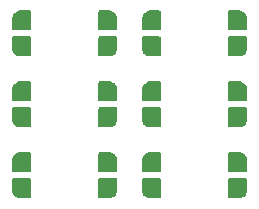
<source format=gbl>
G04 #@! TF.GenerationSoftware,KiCad,Pcbnew,8.0.1*
G04 #@! TF.CreationDate,2024-04-12T13:03:15-07:00*
G04 #@! TF.ProjectId,Pinlight_panel,50696e6c-6967-4687-945f-70616e656c2e,rev?*
G04 #@! TF.SameCoordinates,Original*
G04 #@! TF.FileFunction,Copper,L2,Bot*
G04 #@! TF.FilePolarity,Positive*
%FSLAX46Y46*%
G04 Gerber Fmt 4.6, Leading zero omitted, Abs format (unit mm)*
G04 Created by KiCad (PCBNEW 8.0.1) date 2024-04-12 13:03:15*
%MOMM*%
%LPD*%
G01*
G04 APERTURE LIST*
G04 #@! TA.AperFunction,ComponentPad*
%ADD10C,1.000000*%
G04 #@! TD*
G04 APERTURE END LIST*
D10*
X150300000Y-39799500D03*
X157700000Y-39799500D03*
X150300000Y-33799500D03*
X150300000Y-30199500D03*
X146700000Y-33799500D03*
X146700000Y-42199500D03*
X157700000Y-42199500D03*
X150300000Y-27799500D03*
X139300000Y-42199500D03*
X150300000Y-36199500D03*
X139300000Y-30199500D03*
X139300000Y-33799500D03*
X139300000Y-39799500D03*
X157700000Y-33799500D03*
X146700000Y-39799500D03*
X146700000Y-30199500D03*
X157700000Y-30199500D03*
X157700000Y-36199500D03*
X146700000Y-27799500D03*
X157700000Y-27799500D03*
X146700000Y-36199500D03*
X139300000Y-27799500D03*
X139300000Y-36199500D03*
X150300000Y-42199500D03*
G04 #@! TA.AperFunction,NonConductor*
G36*
X140093039Y-33069685D02*
G01*
X140138794Y-33122489D01*
X140150000Y-33174000D01*
X140150000Y-34625500D01*
X140130315Y-34692539D01*
X140077511Y-34738294D01*
X140026000Y-34749500D01*
X138674500Y-34749500D01*
X138607461Y-34729815D01*
X138561706Y-34677011D01*
X138550500Y-34625500D01*
X138550500Y-33755592D01*
X138551097Y-33743438D01*
X138558265Y-33670658D01*
X138562744Y-33625180D01*
X138567483Y-33601356D01*
X138600203Y-33493490D01*
X138609499Y-33471049D01*
X138662632Y-33371644D01*
X138676133Y-33351440D01*
X138747635Y-33264314D01*
X138764814Y-33247135D01*
X138851942Y-33175631D01*
X138872144Y-33162132D01*
X138971549Y-33108999D01*
X138993990Y-33099703D01*
X139101856Y-33066983D01*
X139125682Y-33062244D01*
X139225730Y-33052390D01*
X139243940Y-33050597D01*
X139256093Y-33050000D01*
X140026000Y-33050000D01*
X140093039Y-33069685D01*
G37*
G04 #@! TD.AperFunction*
G04 #@! TA.AperFunction,NonConductor*
G36*
X146756061Y-33050597D02*
G01*
X146874317Y-33062244D01*
X146898145Y-33066983D01*
X147006005Y-33099702D01*
X147028453Y-33109001D01*
X147127849Y-33162129D01*
X147148059Y-33175633D01*
X147213005Y-33228932D01*
X147225529Y-33239211D01*
X147235179Y-33247130D01*
X147252369Y-33264320D01*
X147323866Y-33351440D01*
X147337370Y-33371650D01*
X147390495Y-33471038D01*
X147399798Y-33493497D01*
X147432514Y-33601348D01*
X147437256Y-33625188D01*
X147448903Y-33743437D01*
X147449500Y-33755592D01*
X147449500Y-34625500D01*
X147429815Y-34692539D01*
X147377011Y-34738294D01*
X147325500Y-34749500D01*
X145974000Y-34749500D01*
X145906961Y-34729815D01*
X145861206Y-34677011D01*
X145850000Y-34625500D01*
X145850000Y-33174000D01*
X145869685Y-33106961D01*
X145922489Y-33061206D01*
X145974000Y-33050000D01*
X146733592Y-33050000D01*
X146743907Y-33050000D01*
X146756061Y-33050597D01*
G37*
G04 #@! TD.AperFunction*
G04 #@! TA.AperFunction,NonConductor*
G36*
X158392539Y-35269185D02*
G01*
X158438294Y-35321989D01*
X158449500Y-35373500D01*
X158449500Y-36243407D01*
X158448903Y-36255562D01*
X158437256Y-36373811D01*
X158432514Y-36397651D01*
X158399798Y-36505502D01*
X158390495Y-36527961D01*
X158337370Y-36627349D01*
X158323866Y-36647559D01*
X158252369Y-36734679D01*
X158235179Y-36751869D01*
X158148059Y-36823366D01*
X158127849Y-36836870D01*
X158028461Y-36889995D01*
X158006002Y-36899298D01*
X157898151Y-36932014D01*
X157874311Y-36936756D01*
X157787215Y-36945334D01*
X157756060Y-36948403D01*
X157743907Y-36949000D01*
X156974000Y-36949000D01*
X156906961Y-36929315D01*
X156861206Y-36876511D01*
X156850000Y-36825000D01*
X156850000Y-35373500D01*
X156869685Y-35306461D01*
X156922489Y-35260706D01*
X156974000Y-35249500D01*
X158325500Y-35249500D01*
X158392539Y-35269185D01*
G37*
G04 #@! TD.AperFunction*
G04 #@! TA.AperFunction,NonConductor*
G36*
X151093039Y-27069685D02*
G01*
X151138794Y-27122489D01*
X151150000Y-27174000D01*
X151150000Y-28625500D01*
X151130315Y-28692539D01*
X151077511Y-28738294D01*
X151026000Y-28749500D01*
X149674500Y-28749500D01*
X149607461Y-28729815D01*
X149561706Y-28677011D01*
X149550500Y-28625500D01*
X149550500Y-27755592D01*
X149551097Y-27743438D01*
X149558265Y-27670658D01*
X149562744Y-27625180D01*
X149567483Y-27601356D01*
X149600203Y-27493490D01*
X149609499Y-27471049D01*
X149662632Y-27371644D01*
X149676133Y-27351440D01*
X149747635Y-27264314D01*
X149764814Y-27247135D01*
X149851942Y-27175631D01*
X149872144Y-27162132D01*
X149971549Y-27108999D01*
X149993990Y-27099703D01*
X150101856Y-27066983D01*
X150125682Y-27062244D01*
X150225730Y-27052390D01*
X150243940Y-27050597D01*
X150256093Y-27050000D01*
X151026000Y-27050000D01*
X151093039Y-27069685D01*
G37*
G04 #@! TD.AperFunction*
G04 #@! TA.AperFunction,NonConductor*
G36*
X157756061Y-27050597D02*
G01*
X157874317Y-27062244D01*
X157898145Y-27066983D01*
X158006005Y-27099702D01*
X158028453Y-27109001D01*
X158127849Y-27162129D01*
X158148059Y-27175633D01*
X158213005Y-27228932D01*
X158225529Y-27239211D01*
X158235179Y-27247130D01*
X158252369Y-27264320D01*
X158323866Y-27351440D01*
X158337370Y-27371650D01*
X158390495Y-27471038D01*
X158399798Y-27493497D01*
X158432514Y-27601348D01*
X158437256Y-27625188D01*
X158448903Y-27743437D01*
X158449500Y-27755592D01*
X158449500Y-28625500D01*
X158429815Y-28692539D01*
X158377011Y-28738294D01*
X158325500Y-28749500D01*
X156974000Y-28749500D01*
X156906961Y-28729815D01*
X156861206Y-28677011D01*
X156850000Y-28625500D01*
X156850000Y-27174000D01*
X156869685Y-27106961D01*
X156922489Y-27061206D01*
X156974000Y-27050000D01*
X157733592Y-27050000D01*
X157743907Y-27050000D01*
X157756061Y-27050597D01*
G37*
G04 #@! TD.AperFunction*
G04 #@! TA.AperFunction,NonConductor*
G36*
X157756061Y-33050597D02*
G01*
X157874317Y-33062244D01*
X157898145Y-33066983D01*
X158006005Y-33099702D01*
X158028453Y-33109001D01*
X158127849Y-33162129D01*
X158148059Y-33175633D01*
X158213005Y-33228932D01*
X158225529Y-33239211D01*
X158235179Y-33247130D01*
X158252369Y-33264320D01*
X158323866Y-33351440D01*
X158337370Y-33371650D01*
X158390495Y-33471038D01*
X158399798Y-33493497D01*
X158432514Y-33601348D01*
X158437256Y-33625188D01*
X158448903Y-33743437D01*
X158449500Y-33755592D01*
X158449500Y-34625500D01*
X158429815Y-34692539D01*
X158377011Y-34738294D01*
X158325500Y-34749500D01*
X156974000Y-34749500D01*
X156906961Y-34729815D01*
X156861206Y-34677011D01*
X156850000Y-34625500D01*
X156850000Y-33174000D01*
X156869685Y-33106961D01*
X156922489Y-33061206D01*
X156974000Y-33050000D01*
X157733592Y-33050000D01*
X157743907Y-33050000D01*
X157756061Y-33050597D01*
G37*
G04 #@! TD.AperFunction*
G04 #@! TA.AperFunction,NonConductor*
G36*
X140093039Y-27069685D02*
G01*
X140138794Y-27122489D01*
X140150000Y-27174000D01*
X140150000Y-28625500D01*
X140130315Y-28692539D01*
X140077511Y-28738294D01*
X140026000Y-28749500D01*
X138674500Y-28749500D01*
X138607461Y-28729815D01*
X138561706Y-28677011D01*
X138550500Y-28625500D01*
X138550500Y-27755592D01*
X138551097Y-27743438D01*
X138558265Y-27670658D01*
X138562744Y-27625180D01*
X138567483Y-27601356D01*
X138600203Y-27493490D01*
X138609499Y-27471049D01*
X138662632Y-27371644D01*
X138676133Y-27351440D01*
X138747635Y-27264314D01*
X138764814Y-27247135D01*
X138851942Y-27175631D01*
X138872144Y-27162132D01*
X138971549Y-27108999D01*
X138993990Y-27099703D01*
X139101856Y-27066983D01*
X139125682Y-27062244D01*
X139225730Y-27052390D01*
X139243940Y-27050597D01*
X139256093Y-27050000D01*
X140026000Y-27050000D01*
X140093039Y-27069685D01*
G37*
G04 #@! TD.AperFunction*
G04 #@! TA.AperFunction,NonConductor*
G36*
X140093039Y-35269185D02*
G01*
X140138794Y-35321989D01*
X140150000Y-35373500D01*
X140150000Y-36825000D01*
X140130315Y-36892039D01*
X140077511Y-36937794D01*
X140026000Y-36949000D01*
X139256093Y-36949000D01*
X139243939Y-36948403D01*
X139193081Y-36943393D01*
X139125688Y-36936756D01*
X139101848Y-36932014D01*
X138993997Y-36899298D01*
X138971541Y-36889996D01*
X138872150Y-36836870D01*
X138851940Y-36823366D01*
X138764820Y-36751869D01*
X138747630Y-36734679D01*
X138676133Y-36647559D01*
X138662629Y-36627349D01*
X138609501Y-36527953D01*
X138600201Y-36505502D01*
X138567483Y-36397645D01*
X138562744Y-36373817D01*
X138551097Y-36255561D01*
X138550500Y-36243407D01*
X138550500Y-35373500D01*
X138570185Y-35306461D01*
X138622989Y-35260706D01*
X138674500Y-35249500D01*
X140026000Y-35249500D01*
X140093039Y-35269185D01*
G37*
G04 #@! TD.AperFunction*
G04 #@! TA.AperFunction,NonConductor*
G36*
X158392539Y-41269185D02*
G01*
X158438294Y-41321989D01*
X158449500Y-41373500D01*
X158449500Y-42243407D01*
X158448903Y-42255562D01*
X158437256Y-42373811D01*
X158432514Y-42397651D01*
X158399798Y-42505502D01*
X158390495Y-42527961D01*
X158337370Y-42627349D01*
X158323866Y-42647559D01*
X158252369Y-42734679D01*
X158235179Y-42751869D01*
X158148059Y-42823366D01*
X158127849Y-42836870D01*
X158028461Y-42889995D01*
X158006002Y-42899298D01*
X157898151Y-42932014D01*
X157874311Y-42936756D01*
X157787215Y-42945334D01*
X157756060Y-42948403D01*
X157743907Y-42949000D01*
X156974000Y-42949000D01*
X156906961Y-42929315D01*
X156861206Y-42876511D01*
X156850000Y-42825000D01*
X156850000Y-41373500D01*
X156869685Y-41306461D01*
X156922489Y-41260706D01*
X156974000Y-41249500D01*
X158325500Y-41249500D01*
X158392539Y-41269185D01*
G37*
G04 #@! TD.AperFunction*
G04 #@! TA.AperFunction,NonConductor*
G36*
X151093039Y-41269185D02*
G01*
X151138794Y-41321989D01*
X151150000Y-41373500D01*
X151150000Y-42825000D01*
X151130315Y-42892039D01*
X151077511Y-42937794D01*
X151026000Y-42949000D01*
X150256093Y-42949000D01*
X150243939Y-42948403D01*
X150193081Y-42943393D01*
X150125688Y-42936756D01*
X150101848Y-42932014D01*
X149993997Y-42899298D01*
X149971541Y-42889996D01*
X149872150Y-42836870D01*
X149851940Y-42823366D01*
X149764820Y-42751869D01*
X149747630Y-42734679D01*
X149676133Y-42647559D01*
X149662629Y-42627349D01*
X149609501Y-42527953D01*
X149600201Y-42505502D01*
X149567483Y-42397645D01*
X149562744Y-42373817D01*
X149551097Y-42255561D01*
X149550500Y-42243407D01*
X149550500Y-41373500D01*
X149570185Y-41306461D01*
X149622989Y-41260706D01*
X149674500Y-41249500D01*
X151026000Y-41249500D01*
X151093039Y-41269185D01*
G37*
G04 #@! TD.AperFunction*
G04 #@! TA.AperFunction,NonConductor*
G36*
X151093039Y-33069685D02*
G01*
X151138794Y-33122489D01*
X151150000Y-33174000D01*
X151150000Y-34625500D01*
X151130315Y-34692539D01*
X151077511Y-34738294D01*
X151026000Y-34749500D01*
X149674500Y-34749500D01*
X149607461Y-34729815D01*
X149561706Y-34677011D01*
X149550500Y-34625500D01*
X149550500Y-33755592D01*
X149551097Y-33743438D01*
X149558265Y-33670658D01*
X149562744Y-33625180D01*
X149567483Y-33601356D01*
X149600203Y-33493490D01*
X149609499Y-33471049D01*
X149662632Y-33371644D01*
X149676133Y-33351440D01*
X149747635Y-33264314D01*
X149764814Y-33247135D01*
X149851942Y-33175631D01*
X149872144Y-33162132D01*
X149971549Y-33108999D01*
X149993990Y-33099703D01*
X150101856Y-33066983D01*
X150125682Y-33062244D01*
X150225730Y-33052390D01*
X150243940Y-33050597D01*
X150256093Y-33050000D01*
X151026000Y-33050000D01*
X151093039Y-33069685D01*
G37*
G04 #@! TD.AperFunction*
G04 #@! TA.AperFunction,NonConductor*
G36*
X146756061Y-27050597D02*
G01*
X146874317Y-27062244D01*
X146898145Y-27066983D01*
X147006005Y-27099702D01*
X147028453Y-27109001D01*
X147127849Y-27162129D01*
X147148059Y-27175633D01*
X147213005Y-27228932D01*
X147225529Y-27239211D01*
X147235179Y-27247130D01*
X147252369Y-27264320D01*
X147323866Y-27351440D01*
X147337370Y-27371650D01*
X147390495Y-27471038D01*
X147399798Y-27493497D01*
X147432514Y-27601348D01*
X147437256Y-27625188D01*
X147448903Y-27743437D01*
X147449500Y-27755592D01*
X147449500Y-28625500D01*
X147429815Y-28692539D01*
X147377011Y-28738294D01*
X147325500Y-28749500D01*
X145974000Y-28749500D01*
X145906961Y-28729815D01*
X145861206Y-28677011D01*
X145850000Y-28625500D01*
X145850000Y-27174000D01*
X145869685Y-27106961D01*
X145922489Y-27061206D01*
X145974000Y-27050000D01*
X146733592Y-27050000D01*
X146743907Y-27050000D01*
X146756061Y-27050597D01*
G37*
G04 #@! TD.AperFunction*
G04 #@! TA.AperFunction,NonConductor*
G36*
X140093039Y-29269185D02*
G01*
X140138794Y-29321989D01*
X140150000Y-29373500D01*
X140150000Y-30825000D01*
X140130315Y-30892039D01*
X140077511Y-30937794D01*
X140026000Y-30949000D01*
X139256093Y-30949000D01*
X139243939Y-30948403D01*
X139193081Y-30943393D01*
X139125688Y-30936756D01*
X139101848Y-30932014D01*
X138993997Y-30899298D01*
X138971541Y-30889996D01*
X138872150Y-30836870D01*
X138851940Y-30823366D01*
X138764820Y-30751869D01*
X138747630Y-30734679D01*
X138676133Y-30647559D01*
X138662629Y-30627349D01*
X138609501Y-30527953D01*
X138600201Y-30505502D01*
X138567483Y-30397645D01*
X138562744Y-30373817D01*
X138551097Y-30255561D01*
X138550500Y-30243407D01*
X138550500Y-29373500D01*
X138570185Y-29306461D01*
X138622989Y-29260706D01*
X138674500Y-29249500D01*
X140026000Y-29249500D01*
X140093039Y-29269185D01*
G37*
G04 #@! TD.AperFunction*
G04 #@! TA.AperFunction,NonConductor*
G36*
X151093039Y-35269185D02*
G01*
X151138794Y-35321989D01*
X151150000Y-35373500D01*
X151150000Y-36825000D01*
X151130315Y-36892039D01*
X151077511Y-36937794D01*
X151026000Y-36949000D01*
X150256093Y-36949000D01*
X150243939Y-36948403D01*
X150193081Y-36943393D01*
X150125688Y-36936756D01*
X150101848Y-36932014D01*
X149993997Y-36899298D01*
X149971541Y-36889996D01*
X149872150Y-36836870D01*
X149851940Y-36823366D01*
X149764820Y-36751869D01*
X149747630Y-36734679D01*
X149676133Y-36647559D01*
X149662629Y-36627349D01*
X149609501Y-36527953D01*
X149600201Y-36505502D01*
X149567483Y-36397645D01*
X149562744Y-36373817D01*
X149551097Y-36255561D01*
X149550500Y-36243407D01*
X149550500Y-35373500D01*
X149570185Y-35306461D01*
X149622989Y-35260706D01*
X149674500Y-35249500D01*
X151026000Y-35249500D01*
X151093039Y-35269185D01*
G37*
G04 #@! TD.AperFunction*
G04 #@! TA.AperFunction,NonConductor*
G36*
X151093039Y-39069685D02*
G01*
X151138794Y-39122489D01*
X151150000Y-39174000D01*
X151150000Y-40625500D01*
X151130315Y-40692539D01*
X151077511Y-40738294D01*
X151026000Y-40749500D01*
X149674500Y-40749500D01*
X149607461Y-40729815D01*
X149561706Y-40677011D01*
X149550500Y-40625500D01*
X149550500Y-39755592D01*
X149551097Y-39743438D01*
X149558265Y-39670658D01*
X149562744Y-39625180D01*
X149567483Y-39601356D01*
X149600203Y-39493490D01*
X149609499Y-39471049D01*
X149662632Y-39371644D01*
X149676133Y-39351440D01*
X149747635Y-39264314D01*
X149764814Y-39247135D01*
X149851942Y-39175631D01*
X149872144Y-39162132D01*
X149971549Y-39108999D01*
X149993990Y-39099703D01*
X150101856Y-39066983D01*
X150125682Y-39062244D01*
X150225730Y-39052390D01*
X150243940Y-39050597D01*
X150256093Y-39050000D01*
X151026000Y-39050000D01*
X151093039Y-39069685D01*
G37*
G04 #@! TD.AperFunction*
G04 #@! TA.AperFunction,NonConductor*
G36*
X147392539Y-35269185D02*
G01*
X147438294Y-35321989D01*
X147449500Y-35373500D01*
X147449500Y-36243407D01*
X147448903Y-36255562D01*
X147437256Y-36373811D01*
X147432514Y-36397651D01*
X147399798Y-36505502D01*
X147390495Y-36527961D01*
X147337370Y-36627349D01*
X147323866Y-36647559D01*
X147252369Y-36734679D01*
X147235179Y-36751869D01*
X147148059Y-36823366D01*
X147127849Y-36836870D01*
X147028461Y-36889995D01*
X147006002Y-36899298D01*
X146898151Y-36932014D01*
X146874311Y-36936756D01*
X146787215Y-36945334D01*
X146756060Y-36948403D01*
X146743907Y-36949000D01*
X145974000Y-36949000D01*
X145906961Y-36929315D01*
X145861206Y-36876511D01*
X145850000Y-36825000D01*
X145850000Y-35373500D01*
X145869685Y-35306461D01*
X145922489Y-35260706D01*
X145974000Y-35249500D01*
X147325500Y-35249500D01*
X147392539Y-35269185D01*
G37*
G04 #@! TD.AperFunction*
G04 #@! TA.AperFunction,NonConductor*
G36*
X140093039Y-41269185D02*
G01*
X140138794Y-41321989D01*
X140150000Y-41373500D01*
X140150000Y-42825000D01*
X140130315Y-42892039D01*
X140077511Y-42937794D01*
X140026000Y-42949000D01*
X139256093Y-42949000D01*
X139243939Y-42948403D01*
X139193081Y-42943393D01*
X139125688Y-42936756D01*
X139101848Y-42932014D01*
X138993997Y-42899298D01*
X138971541Y-42889996D01*
X138872150Y-42836870D01*
X138851940Y-42823366D01*
X138764820Y-42751869D01*
X138747630Y-42734679D01*
X138676133Y-42647559D01*
X138662629Y-42627349D01*
X138609501Y-42527953D01*
X138600201Y-42505502D01*
X138567483Y-42397645D01*
X138562744Y-42373817D01*
X138551097Y-42255561D01*
X138550500Y-42243407D01*
X138550500Y-41373500D01*
X138570185Y-41306461D01*
X138622989Y-41260706D01*
X138674500Y-41249500D01*
X140026000Y-41249500D01*
X140093039Y-41269185D01*
G37*
G04 #@! TD.AperFunction*
G04 #@! TA.AperFunction,NonConductor*
G36*
X147392539Y-41269185D02*
G01*
X147438294Y-41321989D01*
X147449500Y-41373500D01*
X147449500Y-42243407D01*
X147448903Y-42255562D01*
X147437256Y-42373811D01*
X147432514Y-42397651D01*
X147399798Y-42505502D01*
X147390495Y-42527961D01*
X147337370Y-42627349D01*
X147323866Y-42647559D01*
X147252369Y-42734679D01*
X147235179Y-42751869D01*
X147148059Y-42823366D01*
X147127849Y-42836870D01*
X147028461Y-42889995D01*
X147006002Y-42899298D01*
X146898151Y-42932014D01*
X146874311Y-42936756D01*
X146787215Y-42945334D01*
X146756060Y-42948403D01*
X146743907Y-42949000D01*
X145974000Y-42949000D01*
X145906961Y-42929315D01*
X145861206Y-42876511D01*
X145850000Y-42825000D01*
X145850000Y-41373500D01*
X145869685Y-41306461D01*
X145922489Y-41260706D01*
X145974000Y-41249500D01*
X147325500Y-41249500D01*
X147392539Y-41269185D01*
G37*
G04 #@! TD.AperFunction*
G04 #@! TA.AperFunction,NonConductor*
G36*
X140093039Y-39069685D02*
G01*
X140138794Y-39122489D01*
X140150000Y-39174000D01*
X140150000Y-40625500D01*
X140130315Y-40692539D01*
X140077511Y-40738294D01*
X140026000Y-40749500D01*
X138674500Y-40749500D01*
X138607461Y-40729815D01*
X138561706Y-40677011D01*
X138550500Y-40625500D01*
X138550500Y-39755592D01*
X138551097Y-39743438D01*
X138558265Y-39670658D01*
X138562744Y-39625180D01*
X138567483Y-39601356D01*
X138600203Y-39493490D01*
X138609499Y-39471049D01*
X138662632Y-39371644D01*
X138676133Y-39351440D01*
X138747635Y-39264314D01*
X138764814Y-39247135D01*
X138851942Y-39175631D01*
X138872144Y-39162132D01*
X138971549Y-39108999D01*
X138993990Y-39099703D01*
X139101856Y-39066983D01*
X139125682Y-39062244D01*
X139225730Y-39052390D01*
X139243940Y-39050597D01*
X139256093Y-39050000D01*
X140026000Y-39050000D01*
X140093039Y-39069685D01*
G37*
G04 #@! TD.AperFunction*
G04 #@! TA.AperFunction,NonConductor*
G36*
X151093039Y-29269185D02*
G01*
X151138794Y-29321989D01*
X151150000Y-29373500D01*
X151150000Y-30825000D01*
X151130315Y-30892039D01*
X151077511Y-30937794D01*
X151026000Y-30949000D01*
X150256093Y-30949000D01*
X150243939Y-30948403D01*
X150193081Y-30943393D01*
X150125688Y-30936756D01*
X150101848Y-30932014D01*
X149993997Y-30899298D01*
X149971541Y-30889996D01*
X149872150Y-30836870D01*
X149851940Y-30823366D01*
X149764820Y-30751869D01*
X149747630Y-30734679D01*
X149676133Y-30647559D01*
X149662629Y-30627349D01*
X149609501Y-30527953D01*
X149600201Y-30505502D01*
X149567483Y-30397645D01*
X149562744Y-30373817D01*
X149551097Y-30255561D01*
X149550500Y-30243407D01*
X149550500Y-29373500D01*
X149570185Y-29306461D01*
X149622989Y-29260706D01*
X149674500Y-29249500D01*
X151026000Y-29249500D01*
X151093039Y-29269185D01*
G37*
G04 #@! TD.AperFunction*
G04 #@! TA.AperFunction,NonConductor*
G36*
X146756061Y-39050597D02*
G01*
X146874317Y-39062244D01*
X146898145Y-39066983D01*
X147006005Y-39099702D01*
X147028453Y-39109001D01*
X147127849Y-39162129D01*
X147148059Y-39175633D01*
X147213005Y-39228932D01*
X147225529Y-39239211D01*
X147235179Y-39247130D01*
X147252369Y-39264320D01*
X147323866Y-39351440D01*
X147337370Y-39371650D01*
X147390495Y-39471038D01*
X147399798Y-39493497D01*
X147432514Y-39601348D01*
X147437256Y-39625188D01*
X147448903Y-39743437D01*
X147449500Y-39755592D01*
X147449500Y-40625500D01*
X147429815Y-40692539D01*
X147377011Y-40738294D01*
X147325500Y-40749500D01*
X145974000Y-40749500D01*
X145906961Y-40729815D01*
X145861206Y-40677011D01*
X145850000Y-40625500D01*
X145850000Y-39174000D01*
X145869685Y-39106961D01*
X145922489Y-39061206D01*
X145974000Y-39050000D01*
X146733592Y-39050000D01*
X146743907Y-39050000D01*
X146756061Y-39050597D01*
G37*
G04 #@! TD.AperFunction*
G04 #@! TA.AperFunction,NonConductor*
G36*
X158392539Y-29269185D02*
G01*
X158438294Y-29321989D01*
X158449500Y-29373500D01*
X158449500Y-30243407D01*
X158448903Y-30255562D01*
X158437256Y-30373811D01*
X158432514Y-30397651D01*
X158399798Y-30505502D01*
X158390495Y-30527961D01*
X158337370Y-30627349D01*
X158323866Y-30647559D01*
X158252369Y-30734679D01*
X158235179Y-30751869D01*
X158148059Y-30823366D01*
X158127849Y-30836870D01*
X158028461Y-30889995D01*
X158006002Y-30899298D01*
X157898151Y-30932014D01*
X157874311Y-30936756D01*
X157787215Y-30945334D01*
X157756060Y-30948403D01*
X157743907Y-30949000D01*
X156974000Y-30949000D01*
X156906961Y-30929315D01*
X156861206Y-30876511D01*
X156850000Y-30825000D01*
X156850000Y-29373500D01*
X156869685Y-29306461D01*
X156922489Y-29260706D01*
X156974000Y-29249500D01*
X158325500Y-29249500D01*
X158392539Y-29269185D01*
G37*
G04 #@! TD.AperFunction*
G04 #@! TA.AperFunction,NonConductor*
G36*
X157756061Y-39050597D02*
G01*
X157874317Y-39062244D01*
X157898145Y-39066983D01*
X158006005Y-39099702D01*
X158028453Y-39109001D01*
X158127849Y-39162129D01*
X158148059Y-39175633D01*
X158213005Y-39228932D01*
X158225529Y-39239211D01*
X158235179Y-39247130D01*
X158252369Y-39264320D01*
X158323866Y-39351440D01*
X158337370Y-39371650D01*
X158390495Y-39471038D01*
X158399798Y-39493497D01*
X158432514Y-39601348D01*
X158437256Y-39625188D01*
X158448903Y-39743437D01*
X158449500Y-39755592D01*
X158449500Y-40625500D01*
X158429815Y-40692539D01*
X158377011Y-40738294D01*
X158325500Y-40749500D01*
X156974000Y-40749500D01*
X156906961Y-40729815D01*
X156861206Y-40677011D01*
X156850000Y-40625500D01*
X156850000Y-39174000D01*
X156869685Y-39106961D01*
X156922489Y-39061206D01*
X156974000Y-39050000D01*
X157733592Y-39050000D01*
X157743907Y-39050000D01*
X157756061Y-39050597D01*
G37*
G04 #@! TD.AperFunction*
G04 #@! TA.AperFunction,NonConductor*
G36*
X147392539Y-29269185D02*
G01*
X147438294Y-29321989D01*
X147449500Y-29373500D01*
X147449500Y-30243407D01*
X147448903Y-30255562D01*
X147437256Y-30373811D01*
X147432514Y-30397651D01*
X147399798Y-30505502D01*
X147390495Y-30527961D01*
X147337370Y-30627349D01*
X147323866Y-30647559D01*
X147252369Y-30734679D01*
X147235179Y-30751869D01*
X147148059Y-30823366D01*
X147127849Y-30836870D01*
X147028461Y-30889995D01*
X147006002Y-30899298D01*
X146898151Y-30932014D01*
X146874311Y-30936756D01*
X146787215Y-30945334D01*
X146756060Y-30948403D01*
X146743907Y-30949000D01*
X145974000Y-30949000D01*
X145906961Y-30929315D01*
X145861206Y-30876511D01*
X145850000Y-30825000D01*
X145850000Y-29373500D01*
X145869685Y-29306461D01*
X145922489Y-29260706D01*
X145974000Y-29249500D01*
X147325500Y-29249500D01*
X147392539Y-29269185D01*
G37*
G04 #@! TD.AperFunction*
M02*

</source>
